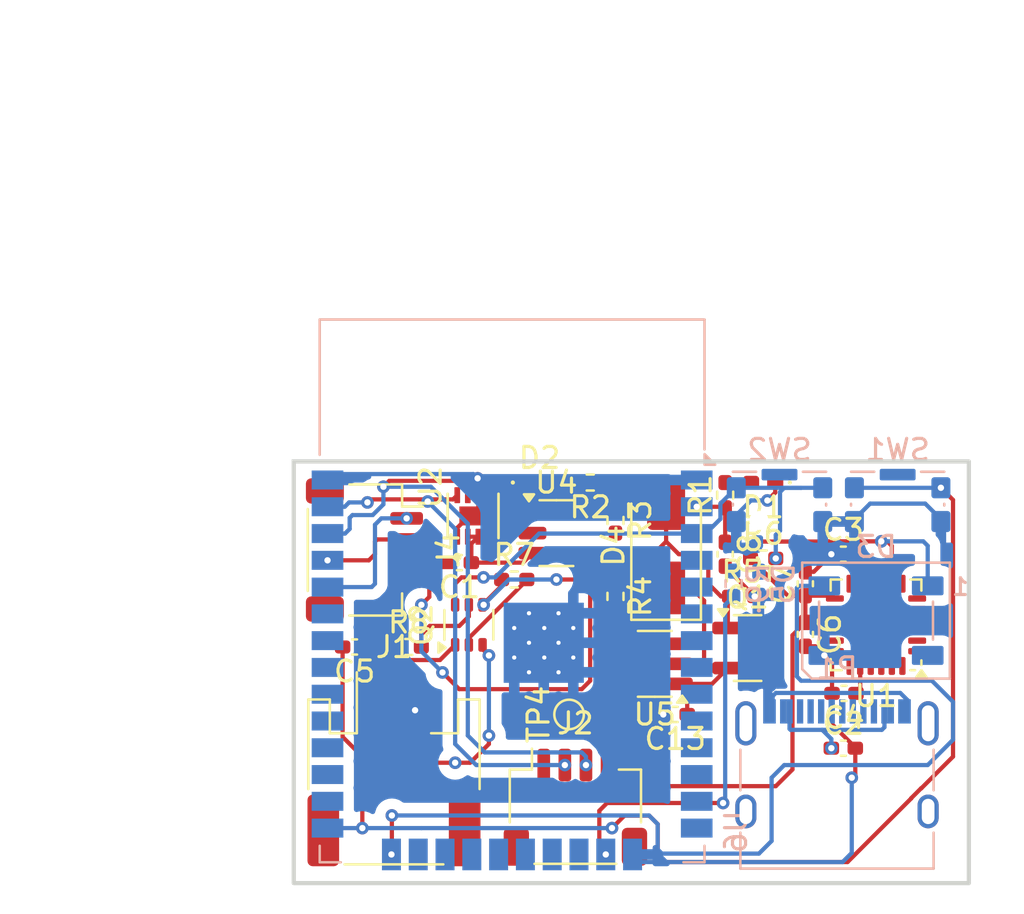
<source format=kicad_pcb>
(kicad_pcb (version 20240108) (generator "pcbnew") (generator_version "8.0")
  (layers (0 "F.Cu" signal) (31 "B.Cu" signal) (34 "B.Paste" user) (35 "F.Paste" user) (36 "B.SilkS" user "B.Silkscreen") (37 "F.SilkS" user "F.Silkscreen") (38 "B.Mask" user) (39 "F.Mask" user) (44 "Edge.Cuts" user))
  (net 0 "")
  (net 1 "SDA")
  (net 2 "SCL")
  (net 3 "+3V3")
  (net 4 "Net-(D4-K)")
  (net 5 "Net-(U1-REGOUT)")
  (net 6 "GND")
  (net 7 "Net-(U1-CPOUT)")
  (net 8 "RGB_DI")
  (net 9 "Net-(D5-A)")
  (net 10 "+BATT")
  (net 11 "Net-(D2-K)")
  (net 12 "Net-(U4-PROG)")
  (net 26 "VBUS")
  (net 27 "Net-(D1-A)")
  (net 28 "Net-(D2-A)")
  (net 34 "DTR")
  (net 41 "TX")
  (net 42 "RX")
  (net 43 "RTS")
  (net 46 "0")
  (net 47 "Net-(Q2B-B2)")
  (net 48 "Net-(Q2A-B1)")
  (net 49 "CHIP_PU")
  (net 50 "Net-(U5-EN)")
  (net 52 "LED")
  (footprint "Capacitor_SMD:C_0402_1005Metric_Pad0.74x0.62mm_HandSolder" (layer "F.Cu") (at 49.8 33.6 -90)
    (property "Reference" "C6")
    (property "Value" "1.0uF")
  )
  (footprint "Capacitor_SMD:C_0402_1005Metric_Pad0.74x0.62mm_HandSolder" (layer "F.Cu") (at 46 29.8 -90)
    (property "Reference" "C8")
    (property "Value" "1.0uF")
  )
  (footprint "Resistor_SMD:R_0402_1005Metric_Pad0.72x0.64mm_HandSolder" (layer "F.Cu") (at 46.8 31.8)
    (property "Reference" "R5")
    (property "Value" "10K")
  )
  (footprint "Resistor_SMD:R_0402_1005Metric_Pad0.72x0.64mm_HandSolder" (layer "F.Cu") (at 36 31)
    (property "Reference" "R7")
    (property "Value" "10K")
  )
  (footprint "Package_TO_SOT_SMD:SOT-23" (layer "F.Cu") (at 47.0625 34.25)
    (property "Reference" "Q1")
    (property "Value" "AO3401A")
  )
  (footprint "Connector_JST:JST_SH_SM04B-SRSS-TB_1x04-1MP_P1.00mm_Horizontal" (layer "F.Cu") (at 28.9 29.6 -90)
    (property "Reference" "J4")
    (property "Value" "Sh 2.0")
  )
  (footprint "Resistor_SMD:R_0402_1005Metric_Pad0.72x0.64mm_HandSolder" (layer "F.Cu") (at 31 34.2)
    (property "Reference" "R8")
    (property "Value" "10K")
  )
  (footprint "Package_TO_SOT_SMD:SOT-23-5" (layer "F.Cu") (at 38 28.8)
    (property "Reference" "U4")
    (property "Value" "MCP73831-2-OT")
  )
  (footprint "Capacitor_SMD:C_0402_1005Metric_Pad0.74x0.62mm_HandSolder" (layer "F.Cu") (at 49.8 31.2 90)
    (property "Reference" "C7")
    (property "Value" "1.0uF")
  )
  (footprint "Capacitor_SMD:C_0402_1005Metric_Pad0.74x0.62mm_HandSolder" (layer "F.Cu") (at 51.6 39)
    (property "Reference" "C2")
    (property "Value" "4.7uF")
  )
  (footprint "Connector_JST:JST_SH_SM04B-SRSS-TB_1x04-1MP_P1.00mm_Horizontal" (layer "F.Cu") (at 38.9 41.8)
    (property "Reference" "J2")
    (property "Value" "Sh 1.0")
  )
  (footprint "Resistor_SMD:R_0402_1005Metric_Pad0.72x0.64mm_HandSolder" (layer "F.Cu") (at 40.8 31.8 -90)
    (property "Reference" "R4")
    (property "Value" "100K")
  )
  (footprint "Connector_JST:JST_PH_S2B-PH-SM4-TB_1x02-1MP_P2.00mm_Horizontal" (layer "F.Cu") (at 30.3 40)
    (property "Reference" "J1")
    (property "Value" "Ph 2.0")
  )
  (footprint "Sensor_Motion:InvenSense_QFN-24_4x4mm_P0.5mm" (layer "F.Cu") (at 53.15 33.15 180)
    (property "Reference" "U1")
    (property "Value" "MPU-6050")
  )
  (footprint "Custom:SON50P200X200X80-9N" (layer "F.Cu") (at 34.05 27.985 90)
    (property "Reference" "U2")
    (property "Value" "MAX17048G_T10")
  )
  (footprint "Capacitor_SMD:C_0402_1005Metric_Pad0.74x0.62mm_HandSolder" (layer "F.Cu") (at 43.6325 37.4 180)
    (property "Reference" "C13")
    (property "Value" "1.0uF")
  )
  (footprint "LED_SMD:LED_0402_1005Metric_Pad0.77x0.64mm_HandSolder" (layer "F.Cu") (at 37.2 26.4)
    (property "Reference" "D2")
    (property "Value" "LED")
  )
  (footprint "Capacitor_SMD:C_0402_1005Metric_Pad0.74x0.62mm_HandSolder" (layer "F.Cu") (at 28.4325 34.2 180)
    (property "Reference" "C5")
    (property "Value" "4.7uF")
  )
  (footprint "Package_TO_SOT_SMD:SOT-363_SC-70-6" (layer "F.Cu") (at 33.85 33.15 90)
    (property "Reference" "Q2")
    (property "Value" "MBT3904DW1")
  )
  (footprint "Resistor_SMD:R_0402_1005Metric_Pad0.72x0.64mm_HandSolder" (layer "F.Cu") (at 39.6025 26.4 180)
    (property "Reference" "R2")
    (property "Value" "1K")
  )
  (footprint "LED_SMD:LED_0402_1005Metric_Pad0.77x0.64mm_HandSolder" (layer "F.Cu") (at 47.8 26.4 180)
    (property "Reference" "D1")
    (property "Value" "LED")
  )
  (footprint "Diode_SMD:D_SMA" (layer "F.Cu") (at 43.2 29.4 90)
    (property "Reference" "D4")
    (property "Value" "SS34")
  )
  (footprint "Capacitor_SMD:C_0402_1005Metric_Pad0.74x0.62mm_HandSolder" (layer "F.Cu") (at 51.6325 36.4 180)
    (property "Reference" "C4")
    (property "Value" "0.1uF")
  )
  (footprint "TestPoint:TestPoint_Pad_D1.0mm" (layer "F.Cu") (at 38.6 37.4 90)
    (property "Reference" "TP4")
    (property "Value" "+5V")
  )
  (footprint "Resistor_SMD:R_0402_1005Metric_Pad0.72x0.64mm_HandSolder" (layer "F.Cu") (at 47.8 30)
    (property "Reference" "R6")
    (property "Value" "10K")
  )
  (footprint "Resistor_SMD:R_0402_1005Metric_Pad0.72x0.64mm_HandSolder" (layer "F.Cu") (at 46 27 90)
    (property "Reference" "R1")
    (property "Value" "1K")
  )
  (footprint "Capacitor_SMD:C_0402_1005Metric_Pad0.74x0.62mm_HandSolder" (layer "F.Cu") (at 51.6 29.8)
    (property "Reference" "C3")
    (property "Value" "2.2nF")
  )
  (footprint "Package_TO_SOT_SMD:SOT-23-5" (layer "F.Cu") (at 42.6625 35 180)
    (property "Reference" "U5")
    (property "Value" "AP2112K-3.3")
  )
  (footprint "Resistor_SMD:R_0402_1005Metric_Pad0.72x0.64mm_HandSolder" (layer "F.Cu") (at 40.8 28.2 -90)
    (property "Reference" "R3")
    (property "Value" "2K")
  )
  (footprint "Capacitor_SMD:C_0402_1005Metric_Pad0.74x0.62mm_HandSolder" (layer "F.Cu") (at 33.4 30.2 180)
    (property "Reference" "C1")
    (property "Value" "1.0uF")
  )
  (footprint "RF_Module:ESP32-WROOM-32D" (layer "B.Cu") (at 35.9 34.53 180)
    (property "Reference" "U6")
    (property "Value" "ESP32-WROOM-32D")
  )
  (footprint "Connector_USB:USB_C_Receptacle_XKB_U262-16XN-4BVC11" (layer "B.Cu") (at 51.3 40.925 180)
    (property "Reference" "P1")
    (property "Value" "USB_C_Plug_USB2.0")
  )
  (footprint "Button_Switch_SMD:SW_SPST_CK_KMS2xxGP" (layer "B.Cu") (at 48.575 27.45 180)
    (property "Reference" "SW2")
    (property "Value" "Boot")
  )
  (footprint "Resistor_SMD:R_0402_1005Metric_Pad0.72x0.64mm_HandSolder" (layer "B.Cu") (at 46.4 31.2 90)
    (property "Reference" "R9")
    (property "Value" "1K")
  )
  (footprint "LED_SMD:LED_WS2812B_PLCC4_5.0x5.0mm_P3.2mm" (layer "B.Cu") (at 53.15 32.95 180)
    (property "Reference" "D3")
    (property "Value" "WS2812B")
  )
  (footprint "Button_Switch_SMD:SW_SPST_CK_KMS2xxGP" (layer "B.Cu") (at 54.175 27.45 180)
    (property "Reference" "SW1")
    (property "Value" "Reset")
  )
  (footprint "LED_SMD:LED_0402_1005Metric_Pad0.77x0.64mm_HandSolder" (layer "B.Cu") (at 47.6 31.2 90)
    (property "Reference" "D5")
    (property "Value" "LED")
  )
  (gr_rect (start 25.55 25.4) (end 57.55 45.4) (stroke (width 0.2)) (fill none) (layer "Edge.Cuts"))
  (segment (start 31.8 27.2) (end 29.185785 27.2) (width 0.2) (layer "F.Cu") (net 1))
  (segment (start 31.9 27.3) (end 32 27.2) (width 0.2) (layer "F.Cu") (net 1))
  (segment (start 33.1 27.2) (end 33.3 27) (width 0.2) (layer "F.Cu") (net 1))
  (segment (start 32 27.2) (end 33.1 27.2) (width 0.2) (layer "F.Cu") (net 1))
  (segment (start 31.9 27.3) (end 31.8 27.2) (width 0.2) (layer "F.Cu") (net 1))
  (segment (start 29.185785 27.2) (end 29.041779 27.344006) (width 0.2) (layer "F.Cu") (net 1))
  (via (at 31.9 27.3) (size 0.6) (drill 0.3) (layers "F.Cu" "B.Cu") (net 1))
  (via (at 38.4 39.8) (size 0.6) (drill 0.3) (layers "F.Cu" "B.Cu") (net 1))
  (via (at 29.041779 27.344006) (size 0.6) (drill 0.3) (layers "F.Cu" "B.Cu") (net 1))
  (segment (start 33.2 28.6) (end 33.2 38.8) (width 0.2) (layer "B.Cu") (net 1))
  (segment (start 27.965 27.55) (end 27.15 27.55) (width 0.2) (layer "B.Cu") (net 1))
  (segment (start 28.170994 27.344006) (end 27.965 27.55) (width 0.2) (layer "B.Cu") (net 1))
  (segment (start 33.2 38.8) (end 34.2 39.8) (width 0.2) (layer "B.Cu") (net 1))
  (segment (start 34.2 39.8) (end 38.4 39.8) (width 0.2) (layer "B.Cu") (net 1))
  (segment (start 29.041779 27.344006) (end 28.170994 27.344006) (width 0.2) (layer "B.Cu") (net 1))
  (segment (start 31.9 27.3) (end 33.2 28.6) (width 0.2) (layer "B.Cu") (net 1))
  (segment (start 33.540428 26.32) (end 33.8 26.579572) (width 0.2) (layer "F.Cu") (net 2))
  (segment (start 29.8 26.6) (end 30.08 26.32) (width 0.2) (layer "F.Cu") (net 2))
  (segment (start 30.08 26.32) (end 33.540428 26.32) (width 0.2) (layer "F.Cu") (net 2))
  (segment (start 33.8 26.579572) (end 33.8 27) (width 0.2) (layer "F.Cu") (net 2))
  (via (at 39.4 39.8) (size 0.6) (drill 0.3) (layers "F.Cu" "B.Cu") (net 2))
  (via (at 29.8 26.6) (size 0.6) (drill 0.3) (layers "F.Cu" "B.Cu") (net 2))
  (segment (start 29.290308 27.944006) (end 28.331372 27.944006) (width 0.2) (layer "B.Cu") (net 2))
  (segment (start 32.048529 26.6) (end 33.8 28.351471) (width 0.2) (layer "B.Cu") (net 2))
  (segment (start 29.8 26.6) (end 29.8 27.434314) (width 0.2) (layer "B.Cu") (net 2))
  (segment (start 33.8 28.351471) (end 33.8 38.4) (width 0.2) (layer "B.Cu") (net 2))
  (segment (start 29.8 27.434314) (end 29.290308 27.944006) (width 0.2) (layer "B.Cu") (net 2))
  (segment (start 39.2 39.2) (end 39.4 39.4) (width 0.2) (layer "B.Cu") (net 2))
  (segment (start 28.331372 27.944006) (end 28.2 28.075378) (width 0.2) (layer "B.Cu") (net 2))
  (segment (start 39.4 39.4) (end 39.4 39.8) (width 0.2) (layer "B.Cu") (net 2))
  (segment (start 28.2 28.075378) (end 28.2 28.6) (width 0.2) (layer "B.Cu") (net 2))
  (segment (start 33.8 38.4) (end 34.6 39.2) (width 0.2) (layer "B.Cu") (net 2))
  (segment (start 34.6 39.2) (end 39.2 39.2) (width 0.2) (layer "B.Cu") (net 2))
  (segment (start 29.8 26.6) (end 32.048529 26.6) (width 0.2) (layer "B.Cu") (net 2))
  (segment (start 27.98 28.82) (end 27.15 28.82) (width 0.2) (layer "B.Cu") (net 2))
  (segment (start 28.2 28.6) (end 27.98 28.82) (width 0.2) (layer "B.Cu") (net 2))
  (segment (start 49.19 33.6425) (end 49.8 33.0325) (width 0.2) (layer "F.Cu") (net 3))
  (segment (start 49.8 31.7675) (end 51.0675 31.7675) (width 0.2) (layer "F.Cu") (net 3))
  (segment (start 42.125 40.8) (end 48.4 40.8) (width 0.2) (layer "F.Cu") (net 3))
  (segment (start 46 27.5975) (end 46 29.2325) (width 0.2) (layer "F.Cu") (net 3))
  (segment (start 37.700001 40.875) (end 40.925 40.875) (width 0.2) (layer "F.Cu") (net 3))
  (segment (start 41.525 40.275) (end 41.525 40.2) (width 0.2) (layer "F.Cu") (net 3))
  (segment (start 47.4 29.2) (end 50.617238 29.2) (width 0.2) (layer "F.Cu") (net 3))
  (segment (start 46.435 29.2325) (end 47.2025 30) (width 0.2) (layer "F.Cu") (net 3))
  (segment (start 53.681381 29.19) (end 53.9 29.408619) (width 0.2) (layer "F.Cu") (net 3))
  (segment (start 37.4 40.574999) (end 37.700001 40.875) (width 0.2) (layer "F.Cu") (net 3))
  (segment (start 37.4 39.8) (end 37.4 40.574999) (width 0.2) (layer "F.Cu") (net 3))
  (segment (start 50.627238 29.19) (end 53.4 29.19) (width 0.2) (layer "F.Cu") (net 3))
  (segment (start 41.525 40.2) (end 41.525 35.95) (width 0.2) (layer "F.Cu") (net 3))
  (segment (start 47.2025 30) (end 47.2025 29.3975) (width 0.2) (layer "F.Cu") (net 3))
  (segment (start 50.617238 29.2) (end 50.627238 29.19) (width 0.2) (layer "F.Cu") (net 3))
  (segment (start 46 29.2325) (end 46.435 29.2325) (width 0.2) (layer "F.Cu") (net 3))
  (segment (start 49.8 31.7675) (end 49.8 33.0325) (width 0.2) (layer "F.Cu") (net 3))
  (segment (start 48.97 31.7675) (end 49.8 31.7675) (width 0.2) (layer "F.Cu") (net 3))
  (segment (start 49.19 40.01) (end 49.19 33.6425) (width 0.2) (layer "F.Cu") (net 3))
  (segment (start 48.4 40.8) (end 49.19 40.01) (width 0.2) (layer "F.Cu") (net 3))
  (segment (start 44.65 27.55) (end 45.9525 27.55) (width 0.2) (layer "F.Cu") (net 3))
  (segment (start 53.4 29.19) (end 53.681381 29.19) (width 0.2) (layer "F.Cu") (net 3))
  (segment (start 45.9525 27.55) (end 46 27.5975) (width 0.2) (layer "F.Cu") (net 3))
  (segment (start 53.9 29.408619) (end 53.9 31.2) (width 0.2) (layer "F.Cu") (net 3))
  (segment (start 41.525 40.2) (end 42.125 40.8) (width 0.2) (layer "F.Cu") (net 3))
  (segment (start 51.0675 31.7675) (end 51.2 31.9) (width 0.2) (layer "F.Cu") (net 3))
  (segment (start 40.925 40.875) (end 41.525 40.275) (width 0.2) (layer "F.Cu") (net 3))
  (segment (start 47.2025 29.3975) (end 47.4 29.2) (width 0.2) (layer "F.Cu") (net 3))
  (segment (start 47.2025 30) (end 48.97 31.7675) (width 0.2) (layer "F.Cu") (net 3))
  (via (at 44.65 27.55) (size 0.6) (drill 0.3) (layers "F.Cu" "B.Cu") (net 3))
  (via (at 53.4 29.19) (size 0.6) (drill 0.3) (layers "F.Cu" "B.Cu") (net 3))
  (segment (start 55.6 29.4) (end 55.39 29.19) (width 0.2) (layer "B.Cu") (net 3))
  (segment (start 55.39 29.19) (end 53.4 29.19) (width 0.2) (layer "B.Cu") (net 3))
  (segment (start 55.6 31.3) (end 55.6 29.4) (width 0.2) (layer "B.Cu") (net 3))
  (segment (start 42.6 35) (end 42.8375 35.2375) (width 0.2) (layer "F.Cu") (net 4))
  (segment (start 45 32) (end 45 34.8) (width 0.2) (layer "F.Cu") (net 4))
  (segment (start 38.6 37.4) (end 38.6 36.8) (width 0.2) (layer "F.Cu") (net 4))
  (segment (start 46.125 35.2) (end 45.375 35.95) (width 0.2) (layer "F.Cu") (net 4))
  (segment (start 40 35.965686) (end 40 35.2) (width 0.2) (layer "F.Cu") (net 4))
  (segment (start 40 35.2) (end 40.2 35) (width 0.2) (layer "F.Cu") (net 4))
  (segment (start 43.2 31.4) (end 44.4 31.4) (width 0.2) (layer "F.Cu") (net 4))
  (segment (start 39.6 36.365685) (end 40 35.965686) (width 0.2) (layer "F.Cu") (net 4))
  (segment (start 38.8 36.6) (end 39.365686 36.6) (width 0.2) (layer "F.Cu") (net 4))
  (segment (start 44.2 36.35) (end 43.8 35.95) (width 0.2) (layer "F.Cu") (net 4))
  (segment (start 38.6 36.8) (end 38.8 36.6) (width 0.2) (layer "F.Cu") (net 4))
  (segment (start 43.0025 31.2025) (end 43.2 31.4) (width 0.2) (layer "F.Cu") (net 4))
  (segment (start 42.8375 35.2375) (end 42.8375 35.8375) (width 0.2) (layer "F.Cu") (net 4))
  (segment (start 45.375 35.95) (end 43.8 35.95) (width 0.2) (layer "F.Cu") (net 4))
  (segment (start 44.4 31.4) (end 45 32) (width 0.2) (layer "F.Cu") (net 4))
  (segment (start 40.8 31.2025) (end 43.0025 31.2025) (width 0.2) (layer "F.Cu") (net 4))
  (segment (start 45 34.8) (end 45.4 35.2) (width 0.2) (layer "F.Cu") (net 4))
  (segment (start 42.8375 35.8375) (end 42.95 35.95) (width 0.2) (layer "F.Cu") (net 4))
  (segment (start 45.4 35.2) (end 46.125 35.2) (width 0.2) (layer "F.Cu") (net 4))
  (segment (start 39.365686 36.6) (end 39.6 36.365685) (width 0.2) (layer "F.Cu") (net 4))
  (segment (start 40.2 35) (end 42.6 35) (width 0.2) (layer "F.Cu") (net 4))
  (segment (start 42.95 35.95) (end 43.8 35.95) (width 0.2) (layer "F.Cu") (net 4))
  (segment (start 44.2 37.4) (end 44.2 36.35) (width 0.2) (layer "F.Cu") (net 4))
  (segment (start 52.9 30.5325) (end 52.9 31.2) (width 0.2) (layer "F.Cu") (net 5))
  (segment (start 52.1675 29.8) (end 52.9 30.5325) (width 0.2) (layer "F.Cu") (net 5))
  (segment (start 33.3 28.97) (end 33.3 28.549572) (width 0.2) (layer "F.Cu") (net 6))
  (segment (start 31.3 37.2) (end 31.3 38.9) (width 0.2) (layer "F.Cu") (net 6))
  (segment (start 31.3 38.9) (end 31 39.2) (width 0.2) (layer "F.Cu") (net 6))
  (segment (start 46 30.3675) (end 46 30.4025) (width 0.2) (layer "F.Cu") (net 6))
  (segment (start 51.065 37.865) (end 51.065 36.4) (width 0.2) (layer "F.Cu") (net 6))
  (segment (start 35.34 28.8) (end 36.8625 28.8) (width 0.2) (layer "F.Cu") (net 6))
  (segment (start 31 39.2) (end 28.6 39.2) (width 0.2) (layer "F.Cu") (net 6))
  (segment (start 34.3 27.735) (end 34.3 27) (width 0.2) (layer "F.Cu") (net 6))
  (segment (start 34.8 28.97) (end 35.17 28.97) (width 0.2) (layer "F.Cu") (net 6))
  (segment (start 33.864572 27.985) (end 34.05 27.985) (width 0.2) (layer "F.Cu") (net 6))
  (segment (start 50.2 30.6325) (end 51.0325 29.8) (width 0.2) (layer "F.Cu") (net 6))
  (segment (start 52.1675 39) (end 52.1675 38.9675) (width 0.2) (layer "F.Cu") (net 6))
  (segment (start 28.6 39.2) (end 27.865 38.465) (width 0.2) (layer "F.Cu") (net 6))
  (segment (start 34.264677 26.964677) (end 34.3 27) (width 0.2) (layer "F.Cu") (net 6))
  (segment (start 48.3725 26.8775) (end 48.3725 26.4) (width 0.2) (layer "F.Cu") (net 6))
  (segment (start 51.2 34.4) (end 50.9 34.4) (width 0.2) (layer "F.Cu") (net 6))
  (segment (start 48 27.25) (end 48.3725 26.8775) (width 0.2) (layer "F.Cu") (net 6))
  (segment (start 34.264677 26.2) (end 34.264677 26.964677) (width 0.2) (layer "F.Cu") (net 6))
  (segment (start 27.865 38.465) (end 27.865 34.2) (width 0.2) (layer "F.Cu") (net 6))
  (segment (start 52.1675 38.9675) (end 51.065 37.865) (width 0.2) (layer "F.Cu") (net 6))
  (segment (start 52 40.4) (end 52.1675 40.2325) (width 0.2) (layer "F.Cu") (net 6))
  (segment (start 34.235428 27.985) (end 34.05 27.985) (width 0.2) (layer "F.Cu") (net 6))
  (segment (start 51.065 34.535) (end 51.2 34.4) (width 0.2) (layer "F.Cu") (net 6))
  (segment (start 49.8 34.1675) (end 50.2675 34.1675) (width 0.2) (layer "F.Cu") (net 6))
  (segment (start 31.3 37.15) (end 31.3 37.2) (width 0.2) (layer "F.Cu") (net 6))
  (segment (start 50.2675 34.1675) (end 50.7 34.6) (width 0.2) (layer "F.Cu") (net 6))
  (segment (start 51.065 36.4) (end 51.065 34.535) (width 0.2) (layer "F.Cu") (net 6))
  (segment (start 35.17 28.97) (end 35.34 28.8) (width 0.2) (layer "F.Cu") (net 6))
  (segment (start 34.8 28.97) (end 34.8 28.549572) (width 0.2) (layer "F.Cu") (net 6))
  (segment (start 50.9 34.4) (end 50.7 34.6) (width 0.2) (layer "F.Cu") (net 6))
  (segment (start 46 30.4025) (end 47.3975 31.8) (width 0.2) (layer "F.Cu") (net 6))
  (segment (start 49.8 30.6325) (end 50.2 30.6325) (width 0.2) (layer "F.Cu") (net 6))
  (segment (start 34.05 27.985) (end 34.3 27.735) (width 0.2) (layer "F.Cu") (net 6))
  (segment (start 33.3 28.549572) (end 33.864572 27.985) (width 0.2) (layer "F.Cu") (net 6))
  (segment (start 34.8 28.549572) (end 34.235428 27.985) (width 0.2) (layer "F.Cu") (net 6))
  (segment (start 52.1675 40.2325) (end 52.1675 39) (width 0.2) (layer "F.Cu") (net 6))
  (via (at 48 27.25) (size 0.6) (drill 0.3) (layers "F.Cu" "B.Cu") (net 6))
  (via (at 47.3975 31.8) (size 0.6) (drill 0.3) (layers "F.Cu" "B.Cu") (net 6))
  (via (at 52 40.4) (size 0.6) (drill 0.3) (layers "F.Cu" "B.Cu") (net 6))
  (via (at 50.7 34.6) (size 0.6) (drill 0.3) (layers "F.Cu" "B.Cu") (net 6))
  (via (at 51.0325 29.8) (size 0.6) (drill 0.3) (layers "F.Cu" "B.Cu") (net 6))
  (via (at 43.065 37.4) (size 0.6) (drill 0.3) (layers "F.Cu" "B.Cu") (net 6))
  (via (at 31.3 37.2) (size 0.6) (drill 0.3) (layers "F.Cu" "B.Cu") (net 6))
  (via (at 34.264677 26.2) (size 0.6) (drill 0.3) (layers "F.Cu" "B.Cu") (net 6))
  (segment (start 27.43 26) (end 34.064677 26) (width 0.2) (layer "B.Cu") (net 6))
  (segment (start 47.3975 35.663186) (end 47.3975 31.8) (width 0.2) (layer "B.Cu") (net 6))
  (segment (start 54.65 36.73) (end 54.65 37.255) (width 0.2) (layer "B.Cu") (net 6))
  (segment (start 47.95 37.255) (end 47.95 36.83) (width 0.2) (layer "B.Cu") (net 6))
  (segment (start 52 43.965686) (end 51.565686 44.4) (width 0.2) (layer "B.Cu") (net 6))
  (segment (start 52 40.4) (end 52 43.965686) (width 0.2) (layer "B.Cu") (net 6))
  (segment (start 46.525 27.948924) (end 46.525 28.25) (width 0.2) (layer "B.Cu") (net 6))
  (segment (start 51.565686 44.4) (end 41.97 44.4) (width 0.2) (layer "B.Cu") (net 6))
  (segment (start 34.064677 26) (end 34.264677 26.2) (width 0.2) (layer "B.Cu") (net 6))
  (segment (start 47.425 31.7725) (end 47.3975 31.8) (width 0.2) (layer "B.Cu") (net 6))
  (segment (start 52.868629 27.4) (end 52.125 28.143629) (width 0.2) (layer "B.Cu") (net 6))
  (segment (start 47.95 36.83) (end 48.4 36.38) (width 0.2) (layer "B.Cu") (net 6))
  (segment (start 48 27.25) (end 47.223924 27.25) (width 0.2) (layer "B.Cu") (net 6))
  (segment (start 56.225 28.143629) (end 55.481371 27.4) (width 0.2) (layer "B.Cu") (net 6))
  (segment (start 41.97 44.4) (end 41.61 44.04) (width 0.2) (layer "B.Cu") (net 6))
  (segment (start 47.6 31.7725) (end 47.425 31.7725) (width 0.2) (layer "B.Cu") (net 6))
  (segment (start 55.481371 27.4) (end 52.868629 27.4) (width 0.2) (layer "B.Cu") (net 6))
  (segment (start 48.4 36.38) (end 54.3 36.38) (width 0.2) (layer "B.Cu") (net 6))
  (segment (start 47.223924 27.25) (end 46.525 27.948924) (width 0.2) (layer "B.Cu") (net 6))
  (segment (start 54.3 36.38) (end 54.65 36.73) (width 0.2) (layer "B.Cu") (net 6))
  (segment (start 56.225 28.25) (end 56.225 28.143629) (width 0.2) (layer "B.Cu") (net 6))
  (segment (start 52.125 28.143629) (end 52.125 28.25) (width 0.2) (layer "B.Cu") (net 6))
  (segment (start 27.15 26.28) (end 27.43 26) (width 0.2) (layer "B.Cu") (net 6))
  (segment (start 48.25 36.515686) (end 47.3975 35.663186) (width 0.2) (layer "B.Cu") (net 6))
  (segment (start 48.25 37.255) (end 48.25 36.515686) (width 0.2) (layer "B.Cu") (net 6))
  (segment (start 52.4 36.2) (end 52.4 35.1) (width 0.2) (layer "F.Cu") (net 7))
  (segment (start 52.2 36.4) (end 52.4 36.2) (width 0.2) (layer "F.Cu") (net 7))
  (segment (start 30.2 44.02) (end 30.18 44.04) (width 0.2) (layer "F.Cu") (net 8))
  (segment (start 30.2 42.19) (end 30.2 44.02) (width 0.2) (layer "F.Cu") (net 8))
  (via (at 30.18 44.04) (size 0.6) (drill 0.3) (layers "F.Cu" "B.Cu") (net 8))
  (via (at 30.2 42.19) (size 0.6) (drill 0.3) (layers "F.Cu" "B.Cu") (net 8))
  (segment (start 47.6 44) (end 48.2 43.4) (width 0.2) (layer "B.Cu") (net 8))
  (segment (start 30.2 42.19) (end 42.39 42.19) (width 0.2) (layer "B.Cu") (net 8))
  (segment (start 55.8 35.8) (end 49.6 35.8) (width 0.2) (layer "B.Cu") (net 8))
  (segment (start 56.8 38.6) (end 56.8 36.8) (width 0.2) (layer "B.Cu") (net 8))
  (segment (start 49.4 31.4) (end 49.5 31.3) (width 0.2) (layer "B.Cu") (net 8))
  (segment (start 49.6 35.8) (end 49.4 35.6) (width 0.2) (layer "B.Cu") (net 8))
  (segment (start 42.8 42.6) (end 42.8 43.8) (width 0.2) (layer "B.Cu") (net 8))
  (segment (start 43 44) (end 47.6 44) (width 0.2) (layer "B.Cu") (net 8))
  (segment (start 48.2 43.4) (end 48.2 40.4) (width 0.2) (layer "B.Cu") (net 8))
  (segment (start 55.6 39.8) (end 56.8 38.6) (width 0.2) (layer "B.Cu") (net 8))
  (segment (start 49.5 31.3) (end 50.7 31.3) (width 0.2) (layer "B.Cu") (net 8))
  (segment (start 48.2 40.4) (end 48.8 39.8) (width 0.2) (layer "B.Cu") (net 8))
  (segment (start 56.8 36.8) (end 55.8 35.8) (width 0.2) (layer "B.Cu") (net 8))
  (segment (start 49.4 35.6) (end 49.4 31.4) (width 0.2) (layer "B.Cu") (net 8))
  (segment (start 42.39 42.19) (end 42.8 42.6) (width 0.2) (layer "B.Cu") (net 8))
  (segment (start 42.8 43.8) (end 43 44) (width 0.2) (layer "B.Cu") (net 8))
  (segment (start 48.8 39.8) (end 55.6 39.8) (width 0.2) (layer "B.Cu") (net 8))
  (segment (start 33.9675 30.2) (end 33.9675 29.3025) (width 0.2) (layer "F.Cu") (net 10))
  (segment (start 34.3 28.97) (end 33.8 28.97) (width 0.2) (layer "F.Cu") (net 10))
  (segment (start 33.9675 29.3025) (end 34.3 28.97) (width 0.2) (layer "F.Cu") (net 10))
  (segment (start 33.9675 30.2) (end 36.4125 30.2) (width 0.2) (layer "F.Cu") (net 10))
  (segment (start 29.3 34.5) (end 29 34.2) (width 0.2) (layer "F.Cu") (net 10))
  (segment (start 36.4125 30.2) (end 36.8625 29.75) (width 0.2) (layer "F.Cu") (net 10))
  (segment (start 29.3 37.15) (end 29.3 34.5) (width 0.2) (layer "F.Cu") (net 10))
  (segment (start 36.8625 27.85) (end 36.8625 26.635) (width 0.2) (layer "F.Cu") (net 11))
  (segment (start 36.8625 26.635) (end 36.6275 26.4) (width 0.2) (layer "F.Cu") (net 11))
  (segment (start 39.385 27.6025) (end 39.1375 27.85) (width 0.2) (layer "F.Cu") (net 12))
  (segment (start 40.8 27.6025) (end 39.385 27.6025) (width 0.2) (layer "F.Cu") (net 12))
  (segment (start 43.2 29.2) (end 43.2 27.4) (width 0.2) (layer "F.Cu") (net 26))
  (segment (start 45.2 30.4) (end 44.6 29.8) (width 0.2) (layer "F.Cu") (net 26))
  (segment (start 46.125 31.8775) (end 46.2025 31.8) (width 0.2) (layer "F.Cu") (net 26))
  (segment (start 42.2 26.4) (end 40.2 26.4) (width 0.2) (layer "F.Cu") (net 26))
  (segment (start 46.2025 31.8) (end 45.8 31.8) (width 0.2) (layer "F.Cu") (net 26))
  (segment (start 43.8 29.8) (end 43.2 29.2) (width 0.2) (layer "F.Cu") (net 26))
  (segment (start 42.65 29.75) (end 43.2 29.2) (width 0.2) (layer "F.Cu") (net 26))
  (segment (start 44.6 29.8) (end 43.8 29.8) (width 0.2) (layer "F.Cu") (net 26))
  (segment (start 45.2 31.2) (end 45.2 30.4) (width 0.2) (layer "F.Cu") (net 26))
  (segment (start 45.8 31.8) (end 45.2 31.2) (width 0.2) (layer "F.Cu") (net 26))
  (segment (start 43.2 27.8) (end 43.2 27.4) (width 0.2) (layer "F.Cu") (net 26))
  (segment (start 46.125 33.3) (end 46.125 31.8775) (width 0.2) (layer "F.Cu") (net 26))
  (segment (start 43.2 27.4) (end 42.2 26.4) (width 0.2) (layer "F.Cu") (net 26))
  (segment (start 39.1375 29.75) (end 42.65 29.75) (width 0.2) (layer "F.Cu") (net 26))
  (via (at 51.0325 39) (size 0.6) (drill 0.3) (layers "F.Cu" "B.Cu") (net 26))
  (segment (start 51.0325 38.5625) (end 50.6 38.13) (width 0.2) (layer "B.Cu") (net 26))
  (segment (start 50.6 38.13) (end 53.425406 38.13) (width 0.2) (layer "B.Cu") (net 26))
  (segment (start 51.0325 39) (end 51.0325 38.5625) (width 0.2) (layer "B.Cu") (net 26))
  (segment (start 53.425406 38.13) (end 53.55 38.005406) (width 0.2) (layer "B.Cu") (net 26))
  (segment (start 53.55 38.005406) (end 53.55 37.255) (width 0.2) (layer "B.Cu") (net 26))
  (segment (start 49.05 38.08) (end 49.1 38.13) (width 0.2) (layer "B.Cu") (net 26))
  (segment (start 49.05 37.255) (end 49.05 38.08) (width 0.2) (layer "B.Cu") (net 26))
  (segment (start 49.1 38.13) (end 50.6 38.13) (width 0.2) (layer "B.Cu") (net 26))
  (segment (start 47.2275 26.4) (end 46.0025 26.4) (width 0.2) (layer "F.Cu") (net 27))
  (segment (start 46.0025 26.4) (end 46 26.4025) (width 0.2) (layer "F.Cu") (net 27))
  (segment (start 37.7725 26.4) (end 39.005 26.4) (width 0.2) (layer "F.Cu") (net 28))
  (segment (start 35.4025 31) (end 35.4025 31.2975) (width 0.2) (layer "F.Cu") (net 34))
  (segment (start 35.4025 31.2975) (end 34.5 32.2) (width 0.2) (layer "F.Cu") (net 34))
  (segment (start 30.9 30.1) (end 31.674999 30.1) (width 0.2) (layer "F.Cu") (net 34))
  (segment (start 32.6 35.407878) (end 33.392122 36.2) (width 0.2) (layer "F.Cu") (net 34))
  (segment (start 39.6 31.4) (end 39.2 31) (width 0.2) (layer "F.Cu") (net 34))
  (segment (start 39.2 31) (end 38 31) (width 0.2) (layer "F.Cu") (net 34))
  (segment (start 39.2 36.2) (end 39.6 35.8) (width 0.2) (layer "F.Cu") (net 34))
  (segment (start 31.975 31.825) (end 31.6 32.2) (width 0.2) (layer "F.Cu") (net 34))
  (segment (start 33.392122 36.2) (end 39.2 36.2) (width 0.2) (layer "F.Cu") (net 34))
  (segment (start 31.674999 30.1) (end 31.975 30.400001) (width 0.2) (layer "F.Cu") (net 34))
  (segment (start 31.975 30.400001) (end 31.975 31.825) (width 0.2) (layer "F.Cu") (net 34))
  (segment (start 39.6 35.8) (end 39.6 31.4) (width 0.2) (layer "F.Cu") (net 34))
  (via (at 34.55 32.2) (size 0.6) (drill 0.3) (layers "F.Cu" "B.Cu") (net 34))
  (via (at 38 31) (size 0.6) (drill 0.3) (layers "F.Cu" "B.Cu") (net 34))
  (via (at 32.6 35.407878) (size 0.6) (drill 0.3) (layers "F.Cu" "B.Cu") (net 34))
  (via (at 31.6 32.2) (size 0.6) (drill 0.3) (layers "F.Cu" "B.Cu") (net 34))
  (segment (start 38 31) (end 35.75 31) (width 0.2) (layer "B.Cu") (net 34))
  (segment (start 31.6 34.407878) (end 31.6 32.2) (width 0.2) (layer "B.Cu") (net 34))
  (segment (start 35.75 31) (end 34.55 32.2) (width 0.2) (layer "B.Cu") (net 34))
  (segment (start 32.6 35.407878) (end 31.6 34.407878) (width 0.2) (layer "B.Cu") (net 34))
  (via (at 30.9 28.1) (size 0.6) (drill 0.3) (layers "F.Cu" "B.Cu") (net 41))
  (segment (start 29.7 28.1) (end 30.9 28.1) (width 0.2) (layer "B.Cu") (net 41))
  (segment (start 29.24 31.36) (end 29.4 31.2) (width 0.2) (layer "B.Cu") (net 41))
  (segment (start 29.4 28.4) (end 29.7 28.1) (width 0.2) (layer "B.Cu") (net 41))
  (segment (start 29.4 31.2) (end 29.4 28.4) (width 0.2) (layer "B.Cu") (net 41))
  (segment (start 27.15 31.36) (end 29.24 31.36) (width 0.2) (layer "B.Cu") (net 41))
  (segment (start 30.9 29.1) (end 29.5 29.1) (width 0.2) (layer "F.Cu") (net 42))
  (segment (start 29.11 30.09) (end 27.15 30.09) (width 0.2) (layer "F.Cu") (net 42))
  (segment (start 29.5 29.1) (end 29.4 29.2) (width 0.2) (layer "F.Cu") (net 42))
  (segment (start 29.4 29.2) (end 29.4 29.8) (width 0.2) (layer "F.Cu") (net 42))
  (segment (start 29.4 29.8) (end 29.11 30.09) (width 0.2) (layer "F.Cu") (net 42))
  (via (at 27.15 30.09) (size 0.6) (drill 0.3) (layers "F.Cu" "B.Cu") (net 42))
  (segment (start 32.48 34.82) (end 31.0225 34.82) (width 0.2) (layer "F.Cu") (net 43))
  (segment (start 31.0225 34.82) (end 30.4025 34.2) (width 0.2) (layer "F.Cu") (net 43))
  (segment (start 30.4025 31.5975) (end 30.9 31.1) (width 0.2) (layer "F.Cu") (net 43))
  (segment (start 30.4025 34.2) (end 30.4025 31.5975) (width 0.2) (layer "F.Cu") (net 43))
  (segment (start 33.2 34.1) (end 32.48 34.82) (width 0.2) (layer "F.Cu") (net 43))
  (segment (start 41.22377 42.2) (end 42.4 42.2) (width 0.2) (layer "F.Cu") (net 46))
  (segment (start 42.8 44.2) (end 43 44.4) (width 0.2) (layer "F.Cu") (net 46))
  (segment (start 34.8 38.8) (end 33.91 39.69) (width 0.2) (layer "F.Cu") (net 46))
  (segment (start 43 44.4) (end 51.8 44.4) (width 0.2) (layer "F.Cu") (net 46))
  (segment (start 56.8 39.4) (end 56.8 27.225) (width 0.2) (layer "F.Cu") (net 46))
  (segment (start 42.4 42.2) (end 42.8 42.6) (width 0.2) (layer "F.Cu") (net 46))
  (segment (start 33.91 39.69) (end 33.2 39.69) (width 0.2) (layer "F.Cu") (net 46))
  (segment (start 42.8 42.6) (end 42.8 44.2) (width 0.2) (layer "F.Cu") (net 46))
  (segment (start 40.63377 42.79) (end 41.22377 42.2) (width 0.2) (layer "F.Cu") (net 46))
  (segment (start 34.5 34.3) (end 34.8 34.6) (width 0.2) (layer "F.Cu") (net 46))
  (segment (start 51.8 44.4) (end 54.82 41.38) (width 0.2) (layer "F.Cu") (net 46))
  (segment (start 34.5 34.1) (end 34.5 34.3) (width 0.2) (layer "F.Cu") (net 46))
  (segment (start 33.2 39.69) (end 29.31 39.69) (width 0.2) (layer "F.Cu") (net 46))
  (segment (start 55.3 40.9) (end 56.8 39.4) (width 0.2) (layer "F.Cu") (net 46))
  (segment (start 28.8 40.2) (end 28.8 42.79) (width 0.2) (layer "F.Cu") (net 46))
  (segment (start 56.8 27.225) (end 56.225 26.65) (width 0.2) (layer "F.Cu") (net 46))
  (segment (start 55.288629 40.9) (end 55.3 40.9) (width 0.2) (layer "F.Cu") (net 46))
  (segment (start 54.82 41.368629) (end 55.288629 40.9) (width 0.2) (layer "F.Cu") (net 46))
  (segment (start 34.8 38.4) (end 34.8 38.8) (width 0.2) (layer "F.Cu") (net 46))
  (segment (start 54.82 41.38) (end 54.82 41.368629) (width 0.2) (layer "F.Cu") (net 46))
  (segment (start 29.31 39.69) (end 28.8 40.2) (width 0.2) (layer "F.Cu") (net 46))
  (via (at 34.8 34.6) (size 0.6) (drill 0.3) (layers "F.Cu" "B.Cu") (net 46))
  (via (at 33.2 39.69) (size 0.6) (drill 0.3) (layers "F.Cu" "B.Cu") (net 46))
  (via (at 56.225 26.65) (size 0.6) (drill 0.3) (layers "F.Cu" "B.Cu") (net 46))
  (via (at 34.8 38.4) (size 0.6) (drill 0.3) (layers "F.Cu" "B.Cu") (net 46))
  (via (at 28.8 42.79) (size 0.6) (drill 0.3) (layers "F.Cu" "B.Cu") (net 46))
  (via (at 40.63377 42.79) (size 0.6) (drill 0.3) (layers "F.Cu" "B.Cu") (net 46))
  (segment (start 34.8 38.4) (end 34.8 34.6) (width 0.2) (layer "B.Cu") (net 46))
  (segment (start 31.6 42.79) (end 28.8 42.79) (width 0.2) (layer "B.Cu") (net 46))
  (segment (start 28.8 42.79) (end 27.15 42.79) (width 0.2) (layer "B.Cu") (net 46))
  (segment (start 40.63377 42.79) (end 31.6 42.79) (width 0.2) (layer "B.Cu") (net 46))
  (segment (start 56.225 26.65) (end 52.125 26.65) (width 0.2) (layer "B.Cu") (net 46))
  (segment (start 32 33.2) (end 31.5975 33.6025) (width 0.2) (layer "F.Cu") (net 47))
  (segment (start 33.85 32.75) (end 33.4 33.2) (width 0.2) (layer "F.Cu") (net 47))
  (segment (start 31.5975 33.6025) (end 31.5975 34.2) (width 0.2) (layer "F.Cu") (net 47))
  (segment (start 33.4 33.2) (end 32 33.2) (width 0.2) (layer "F.Cu") (net 47))
  (segment (start 33.85 32.2) (end 33.85 32.75) (width 0.2) (layer "F.Cu") (net 47))
  (segment (start 33.85 34.1) (end 33.85 33.775001) (width 0.2) (layer "F.Cu") (net 48))
  (segment (start 36.5975 31.027501) (end 36.5975 31) (width 0.2) (layer "F.Cu") (net 48))
  (segment (start 33.85 33.775001) (end 36.5975 31.027501) (width 0.2) (layer "F.Cu") (net 48))
  (segment (start 33.501124 30.898876) (end 33.2 31.2) (width 0.2) (layer "F.Cu") (net 49))
  (segment (start 33.2 31.2) (end 33.2 32.2) (width 0.2) (layer "F.Cu") (net 49))
  (segment (start 34.545 30.898876) (end 33.501124 30.898876) (width 0.2) (layer "F.Cu") (net 49))
  (via (at 48.3975 30) (size 0.6) (drill 0.3) (layers "F.Cu" "B.Cu") (net 49))
  (via (at 34.545 30.898876) (size 0.6) (drill 0.3) (layers "F.Cu" "B.Cu") (net 49))
  (segment (start 48.3975 28.883871) (end 48.6 28.681371) (width 0.2) (layer "B.Cu") (net 49))
  (segment (start 48.3975 30) (end 48.3975 28.883871) (width 0.2) (layer "B.Cu") (net 49))
  (segment (start 45.775 27.4) (end 46.525 26.65) (width 0.2) (layer "B.Cu") (net 49))
  (segment (start 37.18 28.82) (end 44.65 28.82) (width 0.2) (layer "B.Cu") (net 49))
  (segment (start 34.545 30.898876) (end 35.101124 30.898876) (width 0.2) (layer "B.Cu") (net 49))
  (segment (start 49.6 26.65) (end 50.625 26.65) (width 0.2) (layer "B.Cu") (net 49))
  (segment (start 35.101124 30.898876) (end 37.18 28.82) (width 0.2) (layer "B.Cu") (net 49))
  (segment (start 45.08 28.82) (end 45.775 28.125) (width 0.2) (layer "B.Cu") (net 49))
  (segment (start 48.6 26.85) (end 48.8 26.65) (width 0.2) (layer "B.Cu") (net 49))
  (segment (start 45.775 28.125) (end 45.775 27.4) (width 0.2) (layer "B.Cu") (net 49))
  (segment (start 46.525 26.65) (end 49.6 26.65) (width 0.2) (layer "B.Cu") (net 49))
  (segment (start 48.8 26.65) (end 49.6 26.65) (width 0.2) (layer "B.Cu") (net 49))
  (segment (start 48.6 28.681371) (end 48.6 26.85) (width 0.2) (layer "B.Cu") (net 49))
  (segment (start 44.65 28.82) (end 45.08 28.82) (width 0.2) (layer "B.Cu") (net 49))
  (segment (start 43.137501 34.05) (end 41.485001 32.3975) (width 0.2) (layer "F.Cu") (net 50))
  (segment (start 41.485001 32.3975) (end 40.8 32.3975) (width 0.2) (layer "F.Cu") (net 50))
  (segment (start 43.8 34.05) (end 43.137501 34.05) (width 0.2) (layer "F.Cu") (net 50))
  (segment (start 40.03377 41.96623) (end 40.03377 43.73377) (width 0.2) (layer "F.Cu") (net 52))
  (segment (start 40.4 41.6) (end 40.03377 41.96623) (width 0.2) (layer "F.Cu") (net 52))
  (segment (start 40.03377 43.73377) (end 40.34 44.04) (width 0.2) (layer "F.Cu") (net 52))
  (segment (start 45.900002 41.6) (end 40.4 41.6) (width 0.2) (layer "F.Cu") (net 52))
  (via (at 40.34 44.04) (size 0.6) (drill 0.3) (layers "F.Cu" "B.Cu") (net 52))
  (via (at 45.900002 41.6) (size 0.6) (drill 0.3) (layers "F.Cu" "B.Cu") (net 52))
  (segment (start 45.900002 41.6) (end 46 41.500002) (width 0.2) (layer "B.Cu") (net 52))
  (segment (start 46 41.500002) (end 46 32.1975) (width 0.2) (layer "B.Cu") (net 52))
  (segment (start 46 32.1975) (end 46.4 31.7975) (width 0.2) (layer "B.Cu") (net 52))
  (zone (net 6) (net_name "GND") (layer "B.Cu") (connect_pads (clearance 0.5)) (min_thickness 0.25) (fill yes (thermal_gap 0.5) (thermal_bridge_width 0.5))
    (polygon (pts (xy 26.2 26) (xy 26.2 44.6) (xy 56.8 44.6) (xy 56.8 26)))
  )
)
</source>
